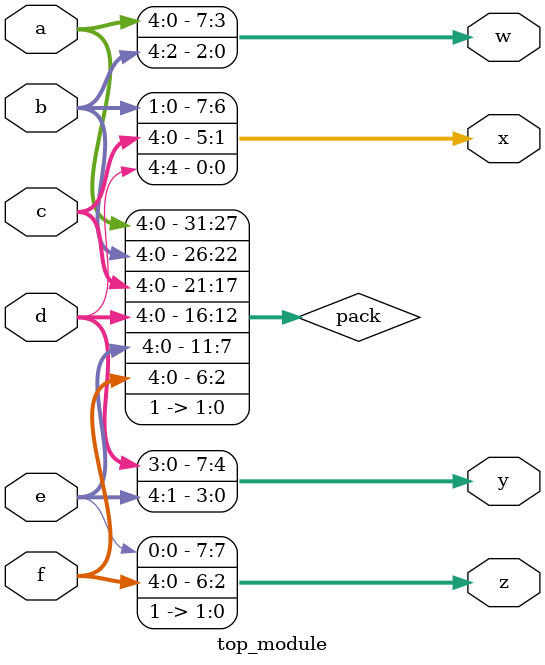
<source format=v>
module top_module (
    input [4:0] a, b, c, d, e, f,
    output [7:0] w, x, y, z );//

    wire[31:0] pack={a,b,c,d,e,f,2'b11};
    assign {w,x,y,z}=pack;


endmodule

</source>
